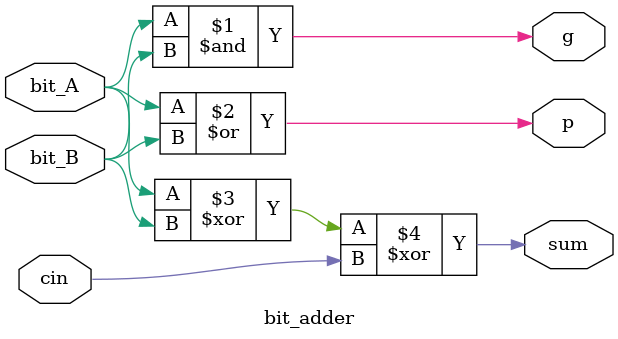
<source format=v>
module CP2_alu_nbv3(data_operandA, data_operandB, ctrl_ALUopcode, ctrl_shiftamt, data_result,
isNotEqual, isLessThan, overflow);
	
	input [31:0] data_operandA, data_operandB;
	input [4:0] ctrl_ALUopcode, ctrl_shiftamt;
	
	output [31:0] data_result;
	output isNotEqual, isLessThan, overflow;
	
	// Organization
	// Declare the output wires from the different modules
	wire [31:0] add_output, subtract_output, shift_left_output, shift_right_output, bitwiseand_output, bitwiseor_output;
	wire add_isNotEqual, subtract_isNotEqual;
	wire add_isLessThan, subtract_isLessThan;
	wire add_overflow, subtract_overflow;
	
	// Feed all necessary data into the different modules
	
	// Compute addition
	adder	addition(data_operandA, data_operandB, add_isNotEqual, add_isLessThan, 
		add_overflow, add_output, 1'b0);
	
	// Compute subtraction
	
	wire [31:0] not_data_operandB;
	genvar i;
	generate
		for (i = 0; i < 32; i = i + 1)begin: loop0
			assign not_data_operandB[i] = ~data_operandB[i];
		end
	endgenerate
	
	adder subtraction(data_operandA, not_data_operandB, subtract_isNotEqual, subtract_isLessThan, subtract_overflow, subtract_output, 1'b1);
	
	// Compute shift left
	
	logicalleft shiftleft(data_operandA, ctrl_shiftamt, shift_left_output);
	
	// Compute shift right
	
	arithmeticright shiftright(data_operandA, ctrl_shiftamt, shift_right_output);
	
	// Compute bitwise and
	
	bitwiseand bitand(data_operandA, data_operandB, bitwiseand_output);
	
	// Compute bitwise or
	
	bitwiseor bitor(data_operandA, data_operandB, bitwiseor_output);
	
	
	
	// User ternary's to assign the outputs to the data_result for different opcodes
	// Build a ternary tree
	
	// least significant bit of ALUopcode
	wire [31:0] branch0, branch1;
	assign data_result = (ctrl_ALUopcode[0]) ? branch1 : branch0;
	
	// second least significant bit
	wire [31:0] branch00, branch01, branch10, branch11;
	assign branch0 = (ctrl_ALUopcode[1] == 1'b1) ? branch10 : branch00;
	assign branch1 = (ctrl_ALUopcode[1] == 1'b1) ? branch11 : branch01;
	
	// third least significant bit
	wire [31:0] branch000, branch001, branch100, branch101;
	assign branch00 = (ctrl_ALUopcode[2] == 1'b1) ? branch100 : branch000;
	assign branch01 = (ctrl_ALUopcode[2] == 1'b1) ? branch101 : branch001;
	
	// tie the ends together
	assign branch000 = add_output;
	assign branch100 = shift_left_output;
	assign branch10 = bitwiseand_output;
	assign branch11 = bitwiseor_output;
	assign branch001 = subtract_output;
	assign branch101 = shift_right_output;
	
	// tree for the other output
	assign isNotEqual = subtract_isNotEqual;
	assign isLessThan = subtract_isLessThan;
	assign overflow = (ctrl_ALUopcode[0]) ? subtract_overflow : add_overflow;
	
endmodule 

module bitwiseor(data_operandA, data_operandB, result);

	input [31:0] data_operandA, data_operandB;
	output [31:0] result;
	
	genvar i;
	generate
		for (i = 0; i < 32; i = i + 1)begin: loop7
			or oriter(result[i], data_operandA[i], data_operandB[i]);
		end
	endgenerate


endmodule

module bitwiseand(data_operandA, data_operandB, result);

	input [31:0] data_operandA, data_operandB;
	output [31:0] result;
	
	genvar i;
	generate
		for (i = 0; i < 32; i = i + 1)begin: loop6
			and anditer(result[i], data_operandA[i], data_operandB[i]);
		end
	endgenerate


endmodule

module arithmeticright(data_operandA, ctrl_shiftamt, result);
	
	// Maintain the sign bit
	
	input [31:0] data_operandA;
	input [4:0] ctrl_shiftamt;
	
	output [31:0] result;
	
	// Shift by 16 first
	wire [31:0] shifted_16, after_stage0;
	
	// first maintain the sign bit
	genvar i;
	generate
		for (i = 31; i >= 16; i = i - 1)begin: loop23
			assign shifted_16[i] = data_operandA[31];
		end
	endgenerate
	
	// then shift the rest
	generate
		for (i = 15; i >= 0; i = i - 1)begin: loop24
			assign shifted_16[i] = data_operandA[i + 16];
		end
	endgenerate
	
	// should the shifted part move on to the next stage?
	
	assign after_stage0 = (ctrl_shiftamt[4]) ? shifted_16 : data_operandA;
	
	
	
	// Shift by 8 
	wire [31:0] shifted_8, after_stage1;
	
	// first maintain the sign bit
	generate
		for (i = 31; i >= 24; i = i - 1)begin: loop6
			assign shifted_8[i] = after_stage0[31];
		end
	endgenerate
	
	// then shift the rest
	generate
		for (i = 23; i >= 0; i = i - 1)begin: loop7
			assign shifted_8[i] = after_stage0[i + 8];
		end
	endgenerate
	
	// should the shifted part move on to the next stage?
	
	assign after_stage1 = (ctrl_shiftamt[3]) ? shifted_8 : after_stage0;
	
	// Shift by 4
	
	wire [31:0] shifted_4, after_stage2;
	
// first maintain the sign bit
	generate
		for (i = 31; i >= 28; i = i - 1)begin: loop8
			assign shifted_4[i] = after_stage1[31];
		end
	endgenerate
	
	// then shift the rest
	generate
		for (i = 27; i >= 0; i = i - 1)begin: loop9
			assign shifted_4[i] = after_stage1[i + 4];
		end
	endgenerate
	
	// should the shifted part move on to the next stage?
	
	assign after_stage2 = (ctrl_shiftamt[2]) ? shifted_4 : after_stage1;

	// Shift by 2
	
	wire [31:0] shifted_2, after_stage3;
	
// first maintain the sign bit
	generate
		for (i = 31; i >= 30; i = i - 1)begin: loop10
			assign shifted_2[i] = after_stage2[31];
		end
	endgenerate
	
	// then shift the rest
	generate
		for (i = 29; i >= 0; i = i - 1)begin: loop11
			assign shifted_2[i] = after_stage2[i + 2];
		end
	endgenerate
	
	// should the shifted part move on to the next stage?
	
	assign after_stage3 = (ctrl_shiftamt[1]) ? shifted_2 : after_stage2;

	// Shift by 1
	
	wire [31:0] shifted_1, after_stage4;
	
// first maintain the sign bit
	generate
		for (i = 31; i >= 31; i = i - 1)begin: loop12
			assign shifted_1[i] = after_stage3[31];
		end
	endgenerate
	
	// then shift the rest
	generate
		for (i = 30; i >= 0; i = i - 1)begin: loop13
			assign shifted_1[i] = after_stage3[i + 1];
		end
	endgenerate
	
	// should the shifted part move on to the next stage?
	
	assign after_stage4 = (ctrl_shiftamt[0]) ? shifted_1 : after_stage3;
	assign result = after_stage4;
	

endmodule

module logicalleft(data_operandA, ctrl_shiftamt, result);

	// Does not maintain sign bit

	input [31:0] data_operandA;
	input [4:0] ctrl_shiftamt;
	
	output [31:0] result;
	
	// Shift by 8 first
	wire [31:0] shifted_16, after_stage0;
	
	// fill with 0's on the right
	genvar i;
	generate
		for (i = 0; i < 16; i = i + 1)begin: loop30
			assign shifted_16[i] = 1'b0;
		end
	endgenerate
	
	// then shift the rest
	generate
		for (i = 16; i < 32; i = i + 1)begin: loop22
			assign shifted_16[i] = data_operandA[i - 16];
		end
	endgenerate
	
	// should the shifted part move on to the next stage?
	
	assign after_stage0 = (ctrl_shiftamt[4]) ? shifted_16 : data_operandA;
	

	// Shift by 8 
	wire [31:0] shifted_8, after_stage1;
	
	// fill with 0's on the right
	generate
		for (i = 0; i < 8; i = i + 1)begin: loop14
			assign shifted_8[i] = 1'b0;
		end
	endgenerate
	
	// then shift the rest
	generate
		for (i = 8; i < 32; i = i + 1)begin: loop15
			assign shifted_8[i] = after_stage0[i - 8];
		end
	endgenerate
	
	// should the shifted part move on to the next stage?
	
	assign after_stage1 = (ctrl_shiftamt[3]) ? shifted_8 : after_stage0;
	
	// Shift by 4
	wire [31:0] shifted_4, after_stage2;
	
	// fill with 0's on the right
	generate
		for (i = 0; i < 4; i = i + 1)begin: loop16
			assign shifted_4[i] = 1'b0;
		end
	endgenerate
	
	// then shift the rest
	generate
		for (i = 4; i < 32; i = i + 1)begin: loop17
			assign shifted_4[i] = after_stage1[i - 4];
		end
	endgenerate
	
	// should the shifted part move on to the next stage?
	
	assign after_stage2 = (ctrl_shiftamt[2]) ? shifted_4 : after_stage1;
	
	// Shift by 2
	wire [31:0] shifted_2, after_stage3;
	
	// fill with 0's on the right
	generate
		for (i = 0; i < 2; i = i + 1)begin: loop18
			assign shifted_2[i] = 1'b0;
		end
	endgenerate
	
	// then shift the rest
	generate
		for (i = 2; i < 32; i = i + 1)begin: loop19
			assign shifted_2[i] = after_stage2[i - 2];
		end
	endgenerate
	
	// should the shifted part move on to the next stage?
	
	assign after_stage3 = (ctrl_shiftamt[1]) ? shifted_2 : after_stage2;
	
	// Shift by 2
	wire [31:0] shifted_1, after_stage4;
	
	// fill with 0's on the right
	generate
		for (i = 0; i < 1; i = i + 1)begin: loop20
			assign shifted_1[i] = 1'b0;
		end
	endgenerate
	
	// then shift the rest
	generate
		for (i = 1; i < 32; i = i + 1)begin: loop21
			assign shifted_1[i] = after_stage3[i - 1];
		end
	endgenerate
	
	// should the shifted part move on to the next stage?
	
	assign after_stage4 = (ctrl_shiftamt[0]) ? shifted_1 : after_stage3;
	assign result = after_stage4;
	
endmodule


module adder(data_operandA, data_operandB, isNotEqual, isLessThan, 
overflow, adder_output, cin);

	input [31:0] data_operandA, data_operandB;
	input cin;
	
	output [31:0] adder_output;
	output isNotEqual, isLessThan, overflow;
	
	// Setup Overflow Logic
	wire matched_msb;
	wire different_sign;
	assign matched_msb = (data_operandA[31] == data_operandB[31]) ? 1'b1 : 1'b0; 
	xor diffxor(different_sign, data_operandA[31], adder_output[31]);
	and overflowand(overflow, matched_msb, different_sign);
	
	// Setup isNotEqual Logic
	assign isNotEqual = (adder_output == 32'b0) ? 1'b0 : 1'b1;
	
	// Setup isLessThan Logic
	// IF A - B is negative, then yeah, it's less than
	wire posDiff;
	assign posDiff = (adder_output[31] == 1'b0) ? 1'b0 : 1'b1;
	xor isLessThanXOR(isLessThan, posDiff, overflow);
	
	// Setting up cascaded blocks
	// First build c8, c16, c24, c32
	
	wire c8, c16, c24, c32;
	wire [3:0] P;
	wire [3:0] G;
	
	// build c8
	wire P0cin;
	and P0andcin(P0cin, cin, P[0]);
	or c8or(c8, P0cin, G[0]);
	
	// build c16
	wire P1P0cin;
	and P1P0andcin(P1P0cin, P[1], P[0], cin);
	wire P1G0;
	and P1andG0(P1G0, P[1], G[0]);
	or c16or(c16, P1G0, G[1], P1P0cin);
	
	// build c24
	wire P2P1P0cin;
	and P2P1P0andcin(P2P1P0cin, P[2], P[1], P[0], cin);
	wire P2P1G0;
	and P2P1andG0(P2P1G0, P[2], P[1], G[0]);
	wire P2G1;
	and P2andG1(P2G1, P[2], G[1]);
	or c24or(c24, P2P1G0, G[2], P2P1P0cin, P2G1);
	
	// build c32
	wire P3P2P1P0cin;
	and P3P2P1P0andcin(P3P2P1P0cin, P[3], P[2], P[1], P[0], cin);
	wire P3P2P1G0;
	and P3P2P1andG0(P3P2P1G0, P[3], P[2], P[1], G[0]);
	wire P3P2G1;
	and P3P2andG1(P3P2G1, P[3], P[2], G[1]);
	wire P3G2;
	and P3andG2(P3G2, P[3], G[2]);
	or c32or(c32, P3P2P1P0cin, P3P2P1G0, P3P2G1, P3G2, G[3]);
	
	// declare blocks
	cla_block block0(.bits_operandA(data_operandA[7:0]), .bits_operandB(data_operandB[7:0]), .cin(cin), 
	.block_output(adder_output[7:0]), .P(P[0]), .G(G[0]));
	
	cla_block block1(.bits_operandA(data_operandA[15:8]), .bits_operandB(data_operandB[15:8]), .cin(c8), 
	.block_output(adder_output[15:8]), .P(P[1]), .G(G[1]));
	
	cla_block block2(.bits_operandA(data_operandA[23:16]), .bits_operandB(data_operandB[23:16]), .cin(c16), 
	.block_output(adder_output[23:16]), .P(P[2]), .G(G[2]));
	
	cla_block block3(.bits_operandA(data_operandA[31:24]), .bits_operandB(data_operandB[31:24]), .cin(c24), 
	.block_output(adder_output[31:24]), .P(P[3]), .G(G[3]));
	
endmodule

module cla_block(bits_operandA, bits_operandB, cin, block_output, P, G);

	input [7:0] bits_operandA, bits_operandB;
	input cin;
	
	output [7:0] block_output;
	output P, G;
	
	// instantiate the 8 1 bit adders
	
	// start by defining the prop and gen signals, building the cout vals
	wire [7:0] gensignals;
	wire [7:0] propsignals;
	wire [8:1] coutsignals;
	
	wire pc0;
	and pcand0(pc0, propsignals[0], cin);
	or gpcor0(coutsignals[1], pc0, gensignals[0]);
	
	wire pc1;
	and pcand1(pc1, propsignals[0], propsignals[1], cin);
	wire pc11;
	and pcand11(pc11, propsignals[1], gensignals[0]);
	or gpcor1(coutsignals[2], gensignals[1], pc11, pc1);
	
	wire pc2;
	and pcand2(pc2, propsignals[0], propsignals[1], propsignals[2], cin);
	wire pc21;
	and pcand21(pc21, propsignals[1], propsignals[2], gensignals[0]);
	wire pc22;
	and pcand22(pc22, propsignals[2], gensignals[1]);
	or gpcor2(coutsignals[3], gensignals[2], pc2, pc21, pc22);

	wire pc3;
	and pcand3(pc3, propsignals[0], propsignals[1], propsignals[2], propsignals[3], cin);
	wire pc31;
	and pcand31(pc31, propsignals[1], propsignals[2], propsignals[3], gensignals[0]);
	wire pc32;
	and pcand32(pc32, propsignals[2], propsignals[3], gensignals[1]);
	wire pc33;
	and pcand33(pc33, propsignals[3], gensignals[2]);
	or gpcor3(coutsignals[4], gensignals[3], pc3, pc31, pc32, pc33);
	
	wire pc4;
	and pcand4(pc4, propsignals[0], propsignals[1], propsignals[2], propsignals[3], propsignals[4], cin);
	wire pc41;
	and pcand41(pc41, propsignals[1], propsignals[2], propsignals[3], propsignals[4], gensignals[0]);
	wire pc42;
	and pcand42(pc42, propsignals[2], propsignals[3], propsignals[4], gensignals[1]);
	wire pc43;
	and pcand43(pc43, propsignals[3], propsignals[4], gensignals[2]);
	wire pc44;
	and pcand44(pc44, propsignals[4], gensignals[3]);
	or gpcor4(coutsignals[5], gensignals[4], pc4, pc41, pc42, pc43, pc44);
	
	wire pc5;
	and pcand5(pc5, propsignals[0], propsignals[1], propsignals[2], propsignals[3], propsignals[4], propsignals[5], cin);
	wire pc51;
	and pcand51(pc51, propsignals[1], propsignals[2], propsignals[3], propsignals[4], propsignals[5], gensignals[0]);
	wire pc52;
	and pcand52(pc52, propsignals[2], propsignals[3], propsignals[4], propsignals[5], gensignals[1]);
	wire pc53;
	and pcand53(pc53, propsignals[3], propsignals[4], propsignals[5], gensignals[2]);
	wire pc54;
	and pcand54(pc54, propsignals[4], propsignals[5], gensignals[3]);
	wire pc55;
	and pcand55(pc55, propsignals[5], gensignals[4]);
	or gpcor5(coutsignals[6], gensignals[5], pc5, pc51, pc52, pc53, pc54, pc55);
	
	wire pc6;
	and pcand6(pc6, propsignals[0], propsignals[1], propsignals[2], propsignals[3], propsignals[4], propsignals[5], propsignals[6], cin);
	wire pc61;
	and pcand61(pc61, propsignals[1], propsignals[2], propsignals[3], propsignals[4], propsignals[5], propsignals[6], gensignals[0]);
	wire pc62;
	and pcand62(pc62, propsignals[2], propsignals[3], propsignals[4], propsignals[5], propsignals[6], gensignals[1]);
	wire pc63;
	and pcand63(pc63, propsignals[3], propsignals[4], propsignals[5], propsignals[6], gensignals[2]);
	wire pc64;
	and pcand64(pc64, propsignals[4], propsignals[5], propsignals[6], gensignals[3]);
	wire pc65;
	and pcand65(pc65, propsignals[5], propsignals[6], gensignals[4]);
	wire pc66;
	and pcand66(pc66, propsignals[6], gensignals[5]);
	or gpcor6(coutsignals[7], gensignals[6], pc6, pc61, pc62, pc63, pc64, pc65, pc66);

	// Build the big G, P values
	
	and pcand7(P, propsignals[0], propsignals[1], propsignals[2], propsignals[3], propsignals[4], propsignals[5], propsignals[6], propsignals[7]);

	wire pc71;
	and pcand71(pc71, propsignals[1], propsignals[2], propsignals[3], propsignals[4], propsignals[5], propsignals[6], propsignals[7], gensignals[0]);
	wire pc72;
	and pcand72(pc72, propsignals[2], propsignals[3], propsignals[4], propsignals[5], propsignals[6], propsignals[7], gensignals[1]);
	wire pc73;
	and pcand73(pc73, propsignals[3], propsignals[4], propsignals[5], propsignals[6], propsignals[7], gensignals[2]);
	wire pc74;
	and pcand74(pc74, propsignals[4], propsignals[5], propsignals[6], propsignals[7], gensignals[3]);
	wire pc75;
	and pcand75(pc75, propsignals[5], propsignals[6], propsignals[7], gensignals[4]);
	wire pc76;
	and pcand76(pc76, propsignals[6], propsignals[7], gensignals[5]);
	wire pc77;
	and pcand77(pc77, propsignals[7], gensignals[6]);
	or gpcor7(G, gensignals[7], pc71, pc72, pc73, pc74, pc75, pc76, pc77);
	
	
	// instantiate bit adders, first one is special case
	bit_adder ba(.bit_A(bits_operandA[0]), .bit_B(bits_operandB[0]), .sum(block_output[0]), .cin(cin),
	.g(gensignals[0]), .p(propsignals[0]));
	
	genvar i;
	generate
		for (i = 1; i <= 7; i = i+1) begin: loop3
			bit_adder baiter(.bit_A(bits_operandA[i]), .bit_B(bits_operandB[i]), .sum(block_output[i]),
			.cin(coutsignals[i]), .g(gensignals[i]), .p(propsignals[i]));
		end
	endgenerate			
	
	
	
endmodule

module bit_adder(bit_A, bit_B, sum, cin, g, p);
	
	input bit_A, bit_B, cin;
	output sum, g, p;
	
	// create generate and propagate signals
	and gensignal(g, bit_A, bit_B);
	or propsignal(p, bit_A, bit_B);
	
	// calculate the sum bit
	xor sumcalc(sum, bit_A, bit_B, cin);
	
	// dont need to calculate carry out since this is CLA
	
endmodule 
	
	
</source>
